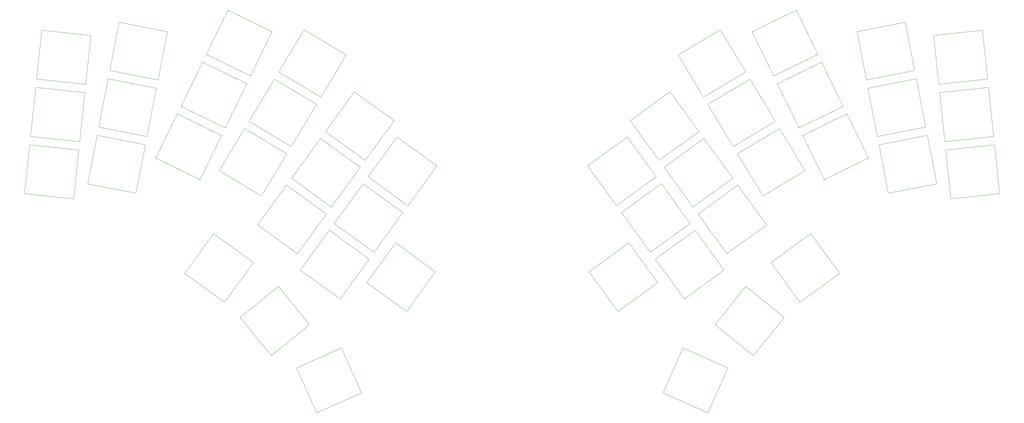
<source format=gbr>
G04 #@! TF.GenerationSoftware,KiCad,Pcbnew,8.0.3*
G04 #@! TF.CreationDate,2024-06-16T15:20:09+01:00*
G04 #@! TF.ProjectId,ykb,796b622e-6b69-4636-9164-5f7063625858,v1.0.0*
G04 #@! TF.SameCoordinates,Original*
G04 #@! TF.FileFunction,Other,ECO1*
%FSLAX46Y46*%
G04 Gerber Fmt 4.6, Leading zero omitted, Abs format (unit mm)*
G04 Created by KiCad (PCBNEW 8.0.3) date 2024-06-16 15:20:09*
%MOMM*%
%LPD*%
G01*
G04 APERTURE LIST*
%ADD10C,0.100000*%
G04 APERTURE END LIST*
D10*
G04 #@! TO.C,S44*
X275325636Y-203823448D02*
X269427955Y-217069857D01*
X269427955Y-217069857D02*
X282674364Y-222967538D01*
X282674364Y-222967538D02*
X288572045Y-209721129D01*
X288572045Y-209721129D02*
X275325636Y-203823448D01*
G04 #@! TO.C,S43*
X284761773Y-196939531D02*
X296030389Y-206064677D01*
X296030389Y-206064677D02*
X305155535Y-194796061D01*
X305155535Y-194796061D02*
X293886919Y-185670915D01*
X293886919Y-185670915D02*
X284761773Y-196939531D01*
G04 #@! TO.C,S42*
X301286059Y-178631872D02*
X309808945Y-190362618D01*
X309808945Y-190362618D02*
X321539691Y-181839732D01*
X321539691Y-181839732D02*
X313016805Y-170108986D01*
X313016805Y-170108986D02*
X301286059Y-178631872D01*
G04 #@! TO.C,S41*
X247643492Y-181357785D02*
X256166378Y-193088531D01*
X256166378Y-193088531D02*
X267897124Y-184565645D01*
X267897124Y-184565645D02*
X259374238Y-172834899D01*
X259374238Y-172834899D02*
X247643492Y-181357785D01*
G04 #@! TO.C,S40*
X247217274Y-150147717D02*
X255740160Y-161878463D01*
X255740160Y-161878463D02*
X267470906Y-153355577D01*
X267470906Y-153355577D02*
X258948020Y-141624831D01*
X258948020Y-141624831D02*
X247217274Y-150147717D01*
G04 #@! TO.C,S39*
X257209623Y-163901006D02*
X265732509Y-175631752D01*
X265732509Y-175631752D02*
X277463255Y-167108866D01*
X277463255Y-167108866D02*
X268940369Y-155378120D01*
X268940369Y-155378120D02*
X257209623Y-163901006D01*
G04 #@! TO.C,S38*
X267201972Y-177654295D02*
X275724858Y-189385041D01*
X275724858Y-189385041D02*
X287455604Y-180862155D01*
X287455604Y-180862155D02*
X278932718Y-169131409D01*
X278932718Y-169131409D02*
X267201972Y-177654295D01*
G04 #@! TO.C,S37*
X259781110Y-136816925D02*
X268303996Y-148547671D01*
X268303996Y-148547671D02*
X280034742Y-140024785D01*
X280034742Y-140024785D02*
X271511856Y-128294039D01*
X271511856Y-128294039D02*
X259781110Y-136816925D01*
G04 #@! TO.C,S36*
X269773459Y-150570214D02*
X278296345Y-162300960D01*
X278296345Y-162300960D02*
X290027091Y-153778074D01*
X290027091Y-153778074D02*
X281504205Y-142047328D01*
X281504205Y-142047328D02*
X269773459Y-150570214D01*
G04 #@! TO.C,S35*
X279765808Y-164323503D02*
X288288694Y-176054249D01*
X288288694Y-176054249D02*
X300019440Y-167531363D01*
X300019440Y-167531363D02*
X291496554Y-155800617D01*
X291496554Y-155800617D02*
X279765808Y-164323503D01*
G04 #@! TO.C,S34*
X273920512Y-117457798D02*
X281388564Y-129886724D01*
X281388564Y-129886724D02*
X293817490Y-122418672D01*
X293817490Y-122418672D02*
X286349438Y-109989746D01*
X286349438Y-109989746D02*
X273920512Y-117457798D01*
G04 #@! TO.C,S33*
X282676159Y-132029642D02*
X290144211Y-144458568D01*
X290144211Y-144458568D02*
X302573137Y-136990516D01*
X302573137Y-136990516D02*
X295105085Y-124561590D01*
X295105085Y-124561590D02*
X282676159Y-132029642D01*
G04 #@! TO.C,S32*
X291431806Y-146601486D02*
X298899858Y-159030412D01*
X298899858Y-159030412D02*
X311328784Y-151562360D01*
X311328784Y-151562360D02*
X303860732Y-139133434D01*
X303860732Y-139133434D02*
X291431806Y-146601486D01*
G04 #@! TO.C,S31*
X295742602Y-110614533D02*
X302098984Y-123647047D01*
X302098984Y-123647047D02*
X315131498Y-117290665D01*
X315131498Y-117290665D02*
X308775116Y-104258151D01*
X308775116Y-104258151D02*
X295742602Y-110614533D01*
G04 #@! TO.C,S30*
X303194911Y-125894032D02*
X309551293Y-138926546D01*
X309551293Y-138926546D02*
X322583807Y-132570164D01*
X322583807Y-132570164D02*
X316227425Y-119537650D01*
X316227425Y-119537650D02*
X303194911Y-125894032D01*
G04 #@! TO.C,S29*
X310647221Y-141173531D02*
X317003603Y-154206045D01*
X317003603Y-154206045D02*
X330036117Y-147849663D01*
X330036117Y-147849663D02*
X323679735Y-134817149D01*
X323679735Y-134817149D02*
X310647221Y-141173531D01*
G04 #@! TO.C,S28*
X326628042Y-110582109D02*
X329394772Y-124815703D01*
X329394772Y-124815703D02*
X343628366Y-122048973D01*
X343628366Y-122048973D02*
X340861636Y-107815379D01*
X340861636Y-107815379D02*
X326628042Y-110582109D01*
G04 #@! TO.C,S27*
X329871794Y-127269771D02*
X332638524Y-141503365D01*
X332638524Y-141503365D02*
X346872118Y-138736635D01*
X346872118Y-138736635D02*
X344105388Y-124503041D01*
X344105388Y-124503041D02*
X329871794Y-127269771D01*
G04 #@! TO.C,S26*
X333115547Y-143957434D02*
X335882277Y-158191028D01*
X335882277Y-158191028D02*
X350115871Y-155424298D01*
X350115871Y-155424298D02*
X347349141Y-141190704D01*
X347349141Y-141190704D02*
X333115547Y-143957434D01*
G04 #@! TO.C,S25*
X349215791Y-111653823D02*
X350731454Y-126074390D01*
X350731454Y-126074390D02*
X365152021Y-124558727D01*
X365152021Y-124558727D02*
X363636358Y-110138160D01*
X363636358Y-110138160D02*
X349215791Y-111653823D01*
G04 #@! TO.C,S24*
X350992775Y-128560695D02*
X352508438Y-142981262D01*
X352508438Y-142981262D02*
X366929005Y-141465599D01*
X366929005Y-141465599D02*
X365413342Y-127045032D01*
X365413342Y-127045032D02*
X350992775Y-128560695D01*
G04 #@! TO.C,S23*
X352769759Y-145467567D02*
X354285422Y-159888134D01*
X354285422Y-159888134D02*
X368705989Y-158372471D01*
X368705989Y-158372471D02*
X367190326Y-143951904D01*
X367190326Y-143951904D02*
X352769759Y-145467567D01*
G04 #@! TO.C,S22*
X161427955Y-209721129D02*
X167325636Y-222967538D01*
X167325636Y-222967538D02*
X180572045Y-217069857D01*
X180572045Y-217069857D02*
X174674364Y-203823448D01*
X174674364Y-203823448D02*
X161427955Y-209721129D01*
G04 #@! TO.C,S21*
X156113080Y-185670915D02*
X144844464Y-194796061D01*
X144844464Y-194796061D02*
X153969610Y-206064677D01*
X153969610Y-206064677D02*
X165238226Y-196939531D01*
X165238226Y-196939531D02*
X156113080Y-185670915D01*
G04 #@! TO.C,S20*
X136983194Y-170108986D02*
X128460308Y-181839732D01*
X128460308Y-181839732D02*
X140191054Y-190362618D01*
X140191054Y-190362618D02*
X148713940Y-178631872D01*
X148713940Y-178631872D02*
X136983194Y-170108986D01*
G04 #@! TO.C,S19*
X190625762Y-172834899D02*
X182102876Y-184565645D01*
X182102876Y-184565645D02*
X193833622Y-193088531D01*
X193833622Y-193088531D02*
X202356508Y-181357785D01*
X202356508Y-181357785D02*
X190625762Y-172834899D01*
G04 #@! TO.C,S18*
X191051980Y-141624831D02*
X182529094Y-153355577D01*
X182529094Y-153355577D02*
X194259840Y-161878463D01*
X194259840Y-161878463D02*
X202782726Y-150147717D01*
X202782726Y-150147717D02*
X191051980Y-141624831D01*
G04 #@! TO.C,S17*
X181059630Y-155378120D02*
X172536744Y-167108866D01*
X172536744Y-167108866D02*
X184267490Y-175631752D01*
X184267490Y-175631752D02*
X192790376Y-163901006D01*
X192790376Y-163901006D02*
X181059630Y-155378120D01*
G04 #@! TO.C,S16*
X171067281Y-169131409D02*
X162544395Y-180862155D01*
X162544395Y-180862155D02*
X174275141Y-189385041D01*
X174275141Y-189385041D02*
X182798027Y-177654295D01*
X182798027Y-177654295D02*
X171067281Y-169131409D01*
G04 #@! TO.C,S15*
X178488143Y-128294039D02*
X169965257Y-140024785D01*
X169965257Y-140024785D02*
X181696003Y-148547671D01*
X181696003Y-148547671D02*
X190218889Y-136816925D01*
X190218889Y-136816925D02*
X178488143Y-128294039D01*
G04 #@! TO.C,S14*
X168495794Y-142047328D02*
X159972908Y-153778074D01*
X159972908Y-153778074D02*
X171703654Y-162300960D01*
X171703654Y-162300960D02*
X180226540Y-150570214D01*
X180226540Y-150570214D02*
X168495794Y-142047328D01*
G04 #@! TO.C,S13*
X158503445Y-155800617D02*
X149980559Y-167531363D01*
X149980559Y-167531363D02*
X161711305Y-176054249D01*
X161711305Y-176054249D02*
X170234191Y-164323503D01*
X170234191Y-164323503D02*
X158503445Y-155800617D01*
G04 #@! TO.C,S12*
X163650561Y-109989746D02*
X156182509Y-122418672D01*
X156182509Y-122418672D02*
X168611435Y-129886724D01*
X168611435Y-129886724D02*
X176079487Y-117457798D01*
X176079487Y-117457798D02*
X163650561Y-109989746D01*
G04 #@! TO.C,S11*
X154894914Y-124561590D02*
X147426862Y-136990516D01*
X147426862Y-136990516D02*
X159855788Y-144458568D01*
X159855788Y-144458568D02*
X167323840Y-132029642D01*
X167323840Y-132029642D02*
X154894914Y-124561590D01*
G04 #@! TO.C,S10*
X146139267Y-139133434D02*
X138671215Y-151562360D01*
X138671215Y-151562360D02*
X151100141Y-159030412D01*
X151100141Y-159030412D02*
X158568193Y-146601486D01*
X158568193Y-146601486D02*
X146139267Y-139133434D01*
G04 #@! TO.C,S9*
X141224884Y-104258151D02*
X134868502Y-117290665D01*
X134868502Y-117290665D02*
X147901016Y-123647047D01*
X147901016Y-123647047D02*
X154257398Y-110614533D01*
X154257398Y-110614533D02*
X141224884Y-104258151D01*
G04 #@! TO.C,S8*
X133772574Y-119537650D02*
X127416192Y-132570164D01*
X127416192Y-132570164D02*
X140448706Y-138926546D01*
X140448706Y-138926546D02*
X146805088Y-125894032D01*
X146805088Y-125894032D02*
X133772574Y-119537650D01*
G04 #@! TO.C,S7*
X126320265Y-134817149D02*
X119963883Y-147849663D01*
X119963883Y-147849663D02*
X132996397Y-154206045D01*
X132996397Y-154206045D02*
X139352779Y-141173531D01*
X139352779Y-141173531D02*
X126320265Y-134817149D01*
G04 #@! TO.C,S6*
X109138364Y-107815379D02*
X106371634Y-122048973D01*
X106371634Y-122048973D02*
X120605228Y-124815703D01*
X120605228Y-124815703D02*
X123371958Y-110582109D01*
X123371958Y-110582109D02*
X109138364Y-107815379D01*
G04 #@! TO.C,S5*
X105894611Y-124503041D02*
X103127881Y-138736635D01*
X103127881Y-138736635D02*
X117361475Y-141503365D01*
X117361475Y-141503365D02*
X120128205Y-127269771D01*
X120128205Y-127269771D02*
X105894611Y-124503041D01*
G04 #@! TO.C,S4*
X102650858Y-141190704D02*
X99884128Y-155424298D01*
X99884128Y-155424298D02*
X114117722Y-158191028D01*
X114117722Y-158191028D02*
X116884452Y-143957434D01*
X116884452Y-143957434D02*
X102650858Y-141190704D01*
G04 #@! TO.C,S3*
X86363641Y-110138160D02*
X84847978Y-124558727D01*
X84847978Y-124558727D02*
X99268545Y-126074390D01*
X99268545Y-126074390D02*
X100784208Y-111653823D01*
X100784208Y-111653823D02*
X86363641Y-110138160D01*
G04 #@! TO.C,S2*
X84586657Y-127045032D02*
X83070994Y-141465599D01*
X83070994Y-141465599D02*
X97491561Y-142981262D01*
X97491561Y-142981262D02*
X99007224Y-128560695D01*
X99007224Y-128560695D02*
X84586657Y-127045032D01*
G04 #@! TO.C,S1*
X82809673Y-143951904D02*
X81294010Y-158372471D01*
X81294010Y-158372471D02*
X95714577Y-159888134D01*
X95714577Y-159888134D02*
X97230240Y-145467567D01*
X97230240Y-145467567D02*
X82809673Y-143951904D01*
G04 #@! TD*
M02*

</source>
